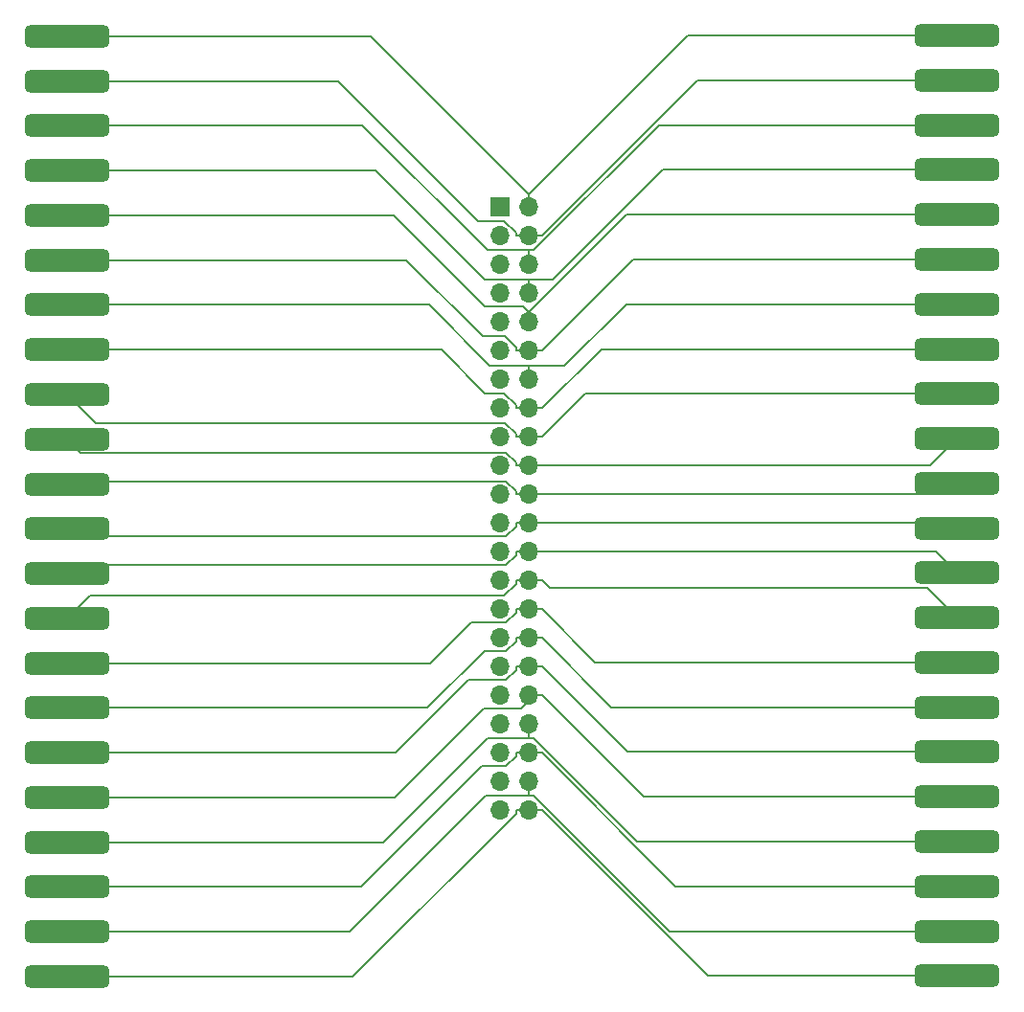
<source format=gbr>
G04 #@! TF.GenerationSoftware,KiCad,Pcbnew,8.0.6-8.0.6-0~ubuntu24.10.1*
G04 #@! TF.CreationDate,2024-10-17T08:48:07-07:00*
G04 #@! TF.ProjectId,kim1breakout,6b696d31-6272-4656-916b-6f75742e6b69,1.3*
G04 #@! TF.SameCoordinates,Original*
G04 #@! TF.FileFunction,Copper,L2,Bot*
G04 #@! TF.FilePolarity,Positive*
%FSLAX46Y46*%
G04 Gerber Fmt 4.6, Leading zero omitted, Abs format (unit mm)*
G04 Created by KiCad (PCBNEW 8.0.6-8.0.6-0~ubuntu24.10.1) date 2024-10-17 08:48:07*
%MOMM*%
%LPD*%
G01*
G04 APERTURE LIST*
G04 Aperture macros list*
%AMRoundRect*
0 Rectangle with rounded corners*
0 $1 Rounding radius*
0 $2 $3 $4 $5 $6 $7 $8 $9 X,Y pos of 4 corners*
0 Add a 4 corners polygon primitive as box body*
4,1,4,$2,$3,$4,$5,$6,$7,$8,$9,$2,$3,0*
0 Add four circle primitives for the rounded corners*
1,1,$1+$1,$2,$3*
1,1,$1+$1,$4,$5*
1,1,$1+$1,$6,$7*
1,1,$1+$1,$8,$9*
0 Add four rect primitives between the rounded corners*
20,1,$1+$1,$2,$3,$4,$5,0*
20,1,$1+$1,$4,$5,$6,$7,0*
20,1,$1+$1,$6,$7,$8,$9,0*
20,1,$1+$1,$8,$9,$2,$3,0*%
G04 Aperture macros list end*
G04 #@! TA.AperFunction,SMDPad,CuDef*
%ADD10RoundRect,0.500000X-3.250000X-0.500000X3.250000X-0.500000X3.250000X0.500000X-3.250000X0.500000X0*%
G04 #@! TD*
G04 #@! TA.AperFunction,ComponentPad*
%ADD11R,1.700000X1.700000*%
G04 #@! TD*
G04 #@! TA.AperFunction,ComponentPad*
%ADD12O,1.700000X1.700000*%
G04 #@! TD*
G04 #@! TA.AperFunction,Conductor*
%ADD13C,0.200000*%
G04 #@! TD*
G04 APERTURE END LIST*
D10*
G04 #@! TO.P,J1,A,Pin_A*
G04 #@! TO.N,Net-(J1-Pin_A)*
X106100000Y-57420000D03*
G04 #@! TO.P,J1,B,Pin_B*
G04 #@! TO.N,Net-(J1-Pin_B)*
X106100000Y-61380000D03*
G04 #@! TO.P,J1,C,Pin_C*
G04 #@! TO.N,Net-(J1-Pin_C)*
X106100000Y-65340000D03*
G04 #@! TO.P,J1,D,Pin_D*
G04 #@! TO.N,Net-(J1-Pin_D)*
X106100000Y-69300000D03*
G04 #@! TO.P,J1,E,Pin_E*
G04 #@! TO.N,Net-(J1-Pin_E)*
X106100000Y-73260000D03*
G04 #@! TO.P,J1,F,Pin_F*
G04 #@! TO.N,Net-(J1-Pin_F)*
X106100000Y-77220000D03*
G04 #@! TO.P,J1,H,Pin_H*
G04 #@! TO.N,Net-(J1-Pin_H)*
X106100000Y-81180000D03*
G04 #@! TO.P,J1,J,Pin_J*
G04 #@! TO.N,Net-(J1-Pin_J)*
X106100000Y-85140000D03*
G04 #@! TO.P,J1,K,Pin_K*
G04 #@! TO.N,Net-(J1-Pin_K)*
X106100000Y-89100000D03*
G04 #@! TO.P,J1,L,Pin_L*
G04 #@! TO.N,Net-(J1-Pin_L)*
X106100000Y-93060000D03*
G04 #@! TO.P,J1,M,Pin_M*
G04 #@! TO.N,Net-(J1-Pin_M)*
X106100000Y-97020000D03*
G04 #@! TO.P,J1,N,Pin_N*
G04 #@! TO.N,Net-(J1-Pin_N)*
X106100000Y-100980000D03*
G04 #@! TO.P,J1,P,Pin_P*
G04 #@! TO.N,Net-(J1-Pin_P)*
X106100000Y-104940000D03*
G04 #@! TO.P,J1,R,Pin_R*
G04 #@! TO.N,Net-(J1-Pin_R)*
X106100000Y-108900000D03*
G04 #@! TO.P,J1,S,Pin_S*
G04 #@! TO.N,Net-(J1-Pin_S)*
X106100000Y-112860000D03*
G04 #@! TO.P,J1,T,Pin_T*
G04 #@! TO.N,Net-(J1-Pin_T)*
X106100000Y-116820000D03*
G04 #@! TO.P,J1,U,Pin_U*
G04 #@! TO.N,Net-(J1-Pin_U)*
X106100000Y-120780000D03*
G04 #@! TO.P,J1,V,Pin_V*
G04 #@! TO.N,Net-(J1-Pin_V)*
X106100000Y-124740000D03*
G04 #@! TO.P,J1,W,Pin_W*
G04 #@! TO.N,Net-(J1-Pin_W)*
X106100000Y-128700000D03*
G04 #@! TO.P,J1,X,Pin_X*
G04 #@! TO.N,Net-(J1-Pin_X)*
X106100000Y-132660000D03*
G04 #@! TO.P,J1,Y,Pin_Y*
G04 #@! TO.N,Net-(J1-Pin_Y)*
X106100000Y-136620000D03*
G04 #@! TO.P,J1,Z,Pin_Z*
G04 #@! TO.N,Net-(J1-Pin_Z)*
X106100000Y-140580000D03*
G04 #@! TD*
G04 #@! TO.P,J2,A,Pin_A*
G04 #@! TO.N,Net-(J1-Pin_A)*
X184800000Y-57360000D03*
G04 #@! TO.P,J2,B,Pin_B*
G04 #@! TO.N,Net-(J1-Pin_B)*
X184800000Y-61320000D03*
G04 #@! TO.P,J2,C,Pin_C*
G04 #@! TO.N,Net-(J1-Pin_C)*
X184800000Y-65280000D03*
G04 #@! TO.P,J2,D,Pin_D*
G04 #@! TO.N,Net-(J1-Pin_D)*
X184800000Y-69240000D03*
G04 #@! TO.P,J2,E,Pin_E*
G04 #@! TO.N,Net-(J1-Pin_E)*
X184800000Y-73200000D03*
G04 #@! TO.P,J2,F,Pin_F*
G04 #@! TO.N,Net-(J1-Pin_F)*
X184800000Y-77160000D03*
G04 #@! TO.P,J2,H,Pin_H*
G04 #@! TO.N,Net-(J1-Pin_H)*
X184800000Y-81120000D03*
G04 #@! TO.P,J2,J,Pin_J*
G04 #@! TO.N,Net-(J1-Pin_J)*
X184800000Y-85080000D03*
G04 #@! TO.P,J2,K,Pin_K*
G04 #@! TO.N,Net-(J1-Pin_K)*
X184800000Y-89040000D03*
G04 #@! TO.P,J2,L,Pin_L*
G04 #@! TO.N,Net-(J1-Pin_L)*
X184800000Y-93000000D03*
G04 #@! TO.P,J2,M,Pin_M*
G04 #@! TO.N,Net-(J1-Pin_M)*
X184800000Y-96960000D03*
G04 #@! TO.P,J2,N,Pin_N*
G04 #@! TO.N,Net-(J1-Pin_N)*
X184800000Y-100920000D03*
G04 #@! TO.P,J2,P,Pin_P*
G04 #@! TO.N,Net-(J1-Pin_P)*
X184800000Y-104880000D03*
G04 #@! TO.P,J2,R,Pin_R*
G04 #@! TO.N,Net-(J1-Pin_R)*
X184800000Y-108840000D03*
G04 #@! TO.P,J2,S,Pin_S*
G04 #@! TO.N,Net-(J1-Pin_S)*
X184800000Y-112800000D03*
G04 #@! TO.P,J2,T,Pin_T*
G04 #@! TO.N,Net-(J1-Pin_T)*
X184800000Y-116760000D03*
G04 #@! TO.P,J2,U,Pin_U*
G04 #@! TO.N,Net-(J1-Pin_U)*
X184800000Y-120720000D03*
G04 #@! TO.P,J2,V,Pin_V*
G04 #@! TO.N,Net-(J1-Pin_V)*
X184800000Y-124680000D03*
G04 #@! TO.P,J2,W,Pin_W*
G04 #@! TO.N,Net-(J1-Pin_W)*
X184800000Y-128640000D03*
G04 #@! TO.P,J2,X,Pin_X*
G04 #@! TO.N,Net-(J1-Pin_X)*
X184800000Y-132600000D03*
G04 #@! TO.P,J2,Y,Pin_Y*
G04 #@! TO.N,Net-(J1-Pin_Y)*
X184800000Y-136560000D03*
G04 #@! TO.P,J2,Z,Pin_Z*
G04 #@! TO.N,Net-(J1-Pin_Z)*
X184800000Y-140520000D03*
G04 #@! TD*
D11*
G04 #@! TO.P,J3,1,Pin_1*
G04 #@! TO.N,Net-(J1-Pin_1)*
X144400000Y-72540000D03*
D12*
G04 #@! TO.P,J3,2,Pin_2*
G04 #@! TO.N,Net-(J1-Pin_2)*
X144400000Y-75080000D03*
G04 #@! TO.P,J3,3,Pin_3*
G04 #@! TO.N,Net-(J1-Pin_3)*
X144400000Y-77620000D03*
G04 #@! TO.P,J3,4,Pin_4*
G04 #@! TO.N,Net-(J1-Pin_4)*
X144400000Y-80160000D03*
G04 #@! TO.P,J3,5,Pin_5*
G04 #@! TO.N,Net-(J1-Pin_5)*
X144400000Y-82700000D03*
G04 #@! TO.P,J3,6,Pin_6*
G04 #@! TO.N,Net-(J1-Pin_6)*
X144400000Y-85240000D03*
G04 #@! TO.P,J3,7,Pin_7*
G04 #@! TO.N,Net-(J1-Pin_7)*
X144400000Y-87780000D03*
G04 #@! TO.P,J3,8,Pin_8*
G04 #@! TO.N,Net-(J1-Pin_8)*
X144400000Y-90320000D03*
G04 #@! TO.P,J3,9,Pin_9*
G04 #@! TO.N,Net-(J1-Pin_9)*
X144400000Y-92860000D03*
G04 #@! TO.P,J3,10,Pin_10*
G04 #@! TO.N,Net-(J1-Pin_10)*
X144400000Y-95400000D03*
G04 #@! TO.P,J3,11,Pin_11*
G04 #@! TO.N,Net-(J1-Pin_11)*
X144400000Y-97940000D03*
G04 #@! TO.P,J3,12,Pin_12*
G04 #@! TO.N,Net-(J1-Pin_12)*
X144400000Y-100480000D03*
G04 #@! TO.P,J3,13,Pin_13*
G04 #@! TO.N,Net-(J1-Pin_13)*
X144400000Y-103020000D03*
G04 #@! TO.P,J3,14,Pin_14*
G04 #@! TO.N,Net-(J1-Pin_14)*
X144400000Y-105560000D03*
G04 #@! TO.P,J3,15,Pin_15*
G04 #@! TO.N,Net-(J1-Pin_15)*
X144400000Y-108100000D03*
G04 #@! TO.P,J3,16,Pin_16*
G04 #@! TO.N,Net-(J1-Pin_16)*
X144400000Y-110640000D03*
G04 #@! TO.P,J3,17,Pin_17*
G04 #@! TO.N,Net-(J1-Pin_17)*
X144400000Y-113180000D03*
G04 #@! TO.P,J3,18,Pin_18*
G04 #@! TO.N,Net-(J1-Pin_18)*
X144400000Y-115720000D03*
G04 #@! TO.P,J3,19,Pin_19*
G04 #@! TO.N,Net-(J1-Pin_19)*
X144400000Y-118260000D03*
G04 #@! TO.P,J3,20,Pin_20*
G04 #@! TO.N,Net-(J1-Pin_20)*
X144400000Y-120800000D03*
G04 #@! TO.P,J3,21,Pin_21*
G04 #@! TO.N,Net-(J1-Pin_21)*
X144400000Y-123340000D03*
G04 #@! TO.P,J3,22,Pin_22*
G04 #@! TO.N,Net-(J1-Pin_22)*
X144400000Y-125880000D03*
G04 #@! TO.P,J3,A,Pin_A*
G04 #@! TO.N,Net-(J1-Pin_A)*
X146940000Y-72540000D03*
G04 #@! TO.P,J3,B,Pin_B*
G04 #@! TO.N,Net-(J1-Pin_B)*
X146940000Y-75080000D03*
G04 #@! TO.P,J3,C,Pin_C*
G04 #@! TO.N,Net-(J1-Pin_C)*
X146940000Y-77620000D03*
G04 #@! TO.P,J3,D,Pin_D*
G04 #@! TO.N,Net-(J1-Pin_D)*
X146940000Y-80160000D03*
G04 #@! TO.P,J3,E,Pin_E*
G04 #@! TO.N,Net-(J1-Pin_E)*
X146940000Y-82700000D03*
G04 #@! TO.P,J3,F,Pin_F*
G04 #@! TO.N,Net-(J1-Pin_F)*
X146940000Y-85240000D03*
G04 #@! TO.P,J3,H,Pin_H*
G04 #@! TO.N,Net-(J1-Pin_H)*
X146940000Y-87780000D03*
G04 #@! TO.P,J3,J,Pin_J*
G04 #@! TO.N,Net-(J1-Pin_J)*
X146940000Y-90320000D03*
G04 #@! TO.P,J3,K,Pin_K*
G04 #@! TO.N,Net-(J1-Pin_K)*
X146940000Y-92860000D03*
G04 #@! TO.P,J3,L,Pin_L*
G04 #@! TO.N,Net-(J1-Pin_L)*
X146940000Y-95400000D03*
G04 #@! TO.P,J3,M,Pin_M*
G04 #@! TO.N,Net-(J1-Pin_M)*
X146940000Y-97940000D03*
G04 #@! TO.P,J3,N,Pin_N*
G04 #@! TO.N,Net-(J1-Pin_N)*
X146940000Y-100480000D03*
G04 #@! TO.P,J3,P,Pin_P*
G04 #@! TO.N,Net-(J1-Pin_P)*
X146940000Y-103020000D03*
G04 #@! TO.P,J3,R,Pin_R*
G04 #@! TO.N,Net-(J1-Pin_R)*
X146940000Y-105560000D03*
G04 #@! TO.P,J3,S,Pin_S*
G04 #@! TO.N,Net-(J1-Pin_S)*
X146940000Y-108100000D03*
G04 #@! TO.P,J3,T,Pin_T*
G04 #@! TO.N,Net-(J1-Pin_T)*
X146940000Y-110640000D03*
G04 #@! TO.P,J3,U,Pin_U*
G04 #@! TO.N,Net-(J1-Pin_U)*
X146940000Y-113180000D03*
G04 #@! TO.P,J3,V,Pin_V*
G04 #@! TO.N,Net-(J1-Pin_V)*
X146940000Y-115720000D03*
G04 #@! TO.P,J3,W,Pin_W*
G04 #@! TO.N,Net-(J1-Pin_W)*
X146940000Y-118260000D03*
G04 #@! TO.P,J3,X,Pin_X*
G04 #@! TO.N,Net-(J1-Pin_X)*
X146940000Y-120800000D03*
G04 #@! TO.P,J3,Y,Pin_Y*
G04 #@! TO.N,Net-(J1-Pin_Y)*
X146940000Y-123340000D03*
G04 #@! TO.P,J3,Z,Pin_Z*
G04 #@! TO.N,Net-(J1-Pin_Z)*
X146940000Y-125880000D03*
G04 #@! TD*
D13*
G04 #@! TO.N,Net-(J1-Pin_A)*
X132971700Y-57420000D02*
X106100000Y-57420000D01*
X146940000Y-71388300D02*
X132971700Y-57420000D01*
X184800000Y-57360000D02*
X160968300Y-57360000D01*
X160968300Y-57360000D02*
X146940000Y-71388300D01*
X146940000Y-72540000D02*
X146940000Y-71388300D01*
G04 #@! TO.N,Net-(J1-Pin_K)*
X146940000Y-92860000D02*
X148091700Y-92860000D01*
X151911700Y-89040000D02*
X184800000Y-89040000D01*
X146940000Y-92860000D02*
X145788300Y-92860000D01*
X144828200Y-91631400D02*
X145788300Y-92591500D01*
X148091700Y-92860000D02*
X151911700Y-89040000D01*
X145788300Y-92591500D02*
X145788300Y-92860000D01*
X106100000Y-89100000D02*
X108631400Y-91631400D01*
X108631400Y-91631400D02*
X144828200Y-91631400D01*
G04 #@! TO.N,Net-(J1-Pin_D)*
X146940000Y-78921900D02*
X149061600Y-78921900D01*
X143046500Y-78921900D02*
X146940000Y-78921900D01*
X146940000Y-80160000D02*
X146940000Y-79008300D01*
X133424600Y-69300000D02*
X143046500Y-78921900D01*
X158743500Y-69240000D02*
X184800000Y-69240000D01*
X146940000Y-79008300D02*
X146940000Y-78921900D01*
X149061600Y-78921900D02*
X158743500Y-69240000D01*
X106100000Y-69300000D02*
X133424600Y-69300000D01*
G04 #@! TO.N,Net-(J1-Pin_V)*
X146940000Y-115720000D02*
X147470000Y-115720000D01*
X147515900Y-115720000D02*
X147470000Y-115720000D01*
X157051700Y-124680000D02*
X148091700Y-115720000D01*
X142959500Y-116898700D02*
X135118200Y-124740000D01*
X184800000Y-124680000D02*
X157051700Y-124680000D01*
X146291300Y-116898700D02*
X142959500Y-116898700D01*
X147515900Y-115720000D02*
X148091700Y-115720000D01*
X135118200Y-124740000D02*
X106100000Y-124740000D01*
X147470000Y-115720000D02*
X146291300Y-116898700D01*
G04 #@! TO.N,Net-(J1-Pin_S)*
X152791700Y-112800000D02*
X184800000Y-112800000D01*
X146940000Y-108100000D02*
X145788300Y-108100000D01*
X144924600Y-109251700D02*
X141811500Y-109251700D01*
X138203200Y-112860000D02*
X106100000Y-112860000D01*
X141811500Y-109251700D02*
X138203200Y-112860000D01*
X145788300Y-108100000D02*
X145788300Y-108388000D01*
X145788300Y-108388000D02*
X144924600Y-109251700D01*
X146940000Y-108100000D02*
X148091700Y-108100000D01*
X148091700Y-108100000D02*
X152791700Y-112800000D01*
G04 #@! TO.N,Net-(J1-Pin_U)*
X155631700Y-120720000D02*
X184800000Y-120720000D01*
X144924600Y-114331700D02*
X141619600Y-114331700D01*
X146940000Y-113180000D02*
X145788300Y-113180000D01*
X141619600Y-114331700D02*
X135171300Y-120780000D01*
X147515900Y-113180000D02*
X148091700Y-113180000D01*
X145788300Y-113468000D02*
X144924600Y-114331700D01*
X147515900Y-113180000D02*
X146940000Y-113180000D01*
X145788300Y-113180000D02*
X145788300Y-113468000D01*
X148091700Y-113180000D02*
X155631700Y-120720000D01*
X135171300Y-120780000D02*
X106100000Y-120780000D01*
G04 #@! TO.N,Net-(J1-Pin_F)*
X146940000Y-85240000D02*
X148091700Y-85240000D01*
X146387300Y-85240000D02*
X145788300Y-85240000D01*
X106100000Y-77220000D02*
X136108400Y-77220000D01*
X144786800Y-83970000D02*
X145788300Y-84971500D01*
X136108400Y-77220000D02*
X142858400Y-83970000D01*
X146387300Y-85240000D02*
X146940000Y-85240000D01*
X148091700Y-85240000D02*
X156171700Y-77160000D01*
X142858400Y-83970000D02*
X144786800Y-83970000D01*
X156171700Y-77160000D02*
X184800000Y-77160000D01*
X145788300Y-84971500D02*
X145788300Y-85240000D01*
G04 #@! TO.N,Net-(J1-Pin_L)*
X145788300Y-95400000D02*
X145788300Y-95112000D01*
X144924600Y-94248300D02*
X107288300Y-94248300D01*
X145788300Y-95112000D02*
X144924600Y-94248300D01*
X146940000Y-95400000D02*
X145788300Y-95400000D01*
X107288300Y-94248300D02*
X106100000Y-93060000D01*
X184800000Y-93000000D02*
X182400000Y-95400000D01*
X182400000Y-95400000D02*
X146940000Y-95400000D01*
G04 #@! TO.N,Net-(J1-Pin_P)*
X182940000Y-103020000D02*
X146940000Y-103020000D01*
X106868300Y-104171700D02*
X106100000Y-104940000D01*
X184800000Y-104880000D02*
X182940000Y-103020000D01*
X144924600Y-104171700D02*
X106868300Y-104171700D01*
X146940000Y-103020000D02*
X145788300Y-103020000D01*
X145788300Y-103308000D02*
X144924600Y-104171700D01*
X145788300Y-103020000D02*
X145788300Y-103308000D01*
G04 #@! TO.N,Net-(J1-Pin_Z)*
X131376200Y-140580000D02*
X106100000Y-140580000D01*
X146940000Y-125880000D02*
X147515900Y-125880000D01*
X145788300Y-126167900D02*
X131376200Y-140580000D01*
X146940000Y-125880000D02*
X145788300Y-125880000D01*
X162731700Y-140520000D02*
X184800000Y-140520000D01*
X145788300Y-125880000D02*
X145788300Y-126167900D01*
X147515900Y-125880000D02*
X148091700Y-125880000D01*
X148091700Y-125880000D02*
X162731700Y-140520000D01*
G04 #@! TO.N,Net-(J1-Pin_Y)*
X147389800Y-124610000D02*
X159339800Y-136560000D01*
X106100000Y-136620000D02*
X131084100Y-136620000D01*
X146940000Y-123340000D02*
X146940000Y-124491700D01*
X146940000Y-124610000D02*
X147389800Y-124610000D01*
X159339800Y-136560000D02*
X184800000Y-136560000D01*
X143094100Y-124610000D02*
X146940000Y-124610000D01*
X146940000Y-124491700D02*
X146940000Y-124610000D01*
X131084100Y-136620000D02*
X143094100Y-124610000D01*
G04 #@! TO.N,Net-(J1-Pin_E)*
X155560800Y-73201600D02*
X184798500Y-73201600D01*
X106100000Y-73260000D02*
X134959300Y-73260000D01*
X184798500Y-73201600D02*
X184798500Y-73201500D01*
X146940000Y-81822400D02*
X155560800Y-73201600D01*
X146940000Y-82700000D02*
X146940000Y-81822400D01*
X134959300Y-73260000D02*
X143011000Y-81311700D01*
X146429300Y-81311700D02*
X146940000Y-81822400D01*
X184798500Y-73201500D02*
X184800000Y-73200000D01*
X143011000Y-81311700D02*
X146429300Y-81311700D01*
G04 #@! TO.N,Net-(J1-Pin_T)*
X143023700Y-111791700D02*
X137995400Y-116820000D01*
X137995400Y-116820000D02*
X106100000Y-116820000D01*
X147515900Y-110640000D02*
X148091700Y-110640000D01*
X148091700Y-110640000D02*
X154211700Y-116760000D01*
X154211700Y-116760000D02*
X184800000Y-116760000D01*
X147515900Y-110640000D02*
X146940000Y-110640000D01*
X146940000Y-110640000D02*
X145788300Y-110640000D01*
X145788300Y-110928000D02*
X144924600Y-111791700D01*
X145788300Y-110640000D02*
X145788300Y-110928000D01*
X144924600Y-111791700D02*
X143023700Y-111791700D01*
G04 #@! TO.N,Net-(J1-Pin_X)*
X148091700Y-120800000D02*
X159891700Y-132600000D01*
X146364200Y-120800000D02*
X146940000Y-120800000D01*
X145788300Y-120800000D02*
X145788300Y-121088000D01*
X145788300Y-121088000D02*
X144924600Y-121951700D01*
X146364200Y-120800000D02*
X145788300Y-120800000D01*
X142800200Y-121951700D02*
X132091900Y-132660000D01*
X132091900Y-132660000D02*
X106100000Y-132660000D01*
X159891700Y-132600000D02*
X184800000Y-132600000D01*
X146940000Y-120800000D02*
X148091700Y-120800000D01*
X144924600Y-121951700D02*
X142800200Y-121951700D01*
G04 #@! TO.N,Net-(J1-Pin_N)*
X145788300Y-100767900D02*
X144902500Y-101653700D01*
X106773700Y-101653700D02*
X106100000Y-100980000D01*
X145788300Y-100480000D02*
X145788300Y-100767900D01*
X184800000Y-100920000D02*
X184360000Y-100480000D01*
X184360000Y-100480000D02*
X146940000Y-100480000D01*
X144902500Y-101653700D02*
X106773700Y-101653700D01*
X146940000Y-100480000D02*
X145788300Y-100480000D01*
G04 #@! TO.N,Net-(J1-Pin_W)*
X156499800Y-128640000D02*
X184800000Y-128640000D01*
X146940000Y-118260000D02*
X146940000Y-119411700D01*
X147389800Y-119530000D02*
X156499800Y-128640000D01*
X146940000Y-119411700D02*
X146940000Y-119530000D01*
X143249800Y-119530000D02*
X146940000Y-119530000D01*
X106100000Y-128700000D02*
X134079800Y-128700000D01*
X134079800Y-128700000D02*
X143249800Y-119530000D01*
X146940000Y-119530000D02*
X147389800Y-119530000D01*
G04 #@! TO.N,Net-(J1-Pin_H)*
X155527500Y-81120000D02*
X184800000Y-81120000D01*
X138098000Y-81180000D02*
X143473500Y-86555500D01*
X143473500Y-86555500D02*
X146940000Y-86555500D01*
X146940000Y-86555500D02*
X146940000Y-86628300D01*
X150092000Y-86555500D02*
X155527500Y-81120000D01*
X146940000Y-86555500D02*
X150092000Y-86555500D01*
X146940000Y-87780000D02*
X146940000Y-86628300D01*
X106100000Y-81180000D02*
X138098000Y-81180000D01*
G04 #@! TO.N,Net-(J1-Pin_M)*
X144925800Y-96788300D02*
X145788300Y-97650800D01*
X146940000Y-97940000D02*
X145788300Y-97940000D01*
X106100000Y-97020000D02*
X106331700Y-96788300D01*
X145788300Y-97650800D02*
X145788300Y-97940000D01*
X184800000Y-96960000D02*
X183820000Y-97940000D01*
X183820000Y-97940000D02*
X146940000Y-97940000D01*
X106331700Y-96788300D02*
X144925800Y-96788300D01*
G04 #@! TO.N,Net-(J1-Pin_J)*
X148091700Y-90320000D02*
X153331700Y-85080000D01*
X146364200Y-90320000D02*
X145788300Y-90320000D01*
X139183600Y-85140000D02*
X143033600Y-88990000D01*
X145788300Y-90051500D02*
X145788300Y-90320000D01*
X153331700Y-85080000D02*
X184800000Y-85080000D01*
X144726800Y-88990000D02*
X145788300Y-90051500D01*
X143033600Y-88990000D02*
X144726800Y-88990000D01*
X146940000Y-90320000D02*
X148091700Y-90320000D01*
X106100000Y-85140000D02*
X139183600Y-85140000D01*
X146364200Y-90320000D02*
X146940000Y-90320000D01*
G04 #@! TO.N,Net-(J1-Pin_C)*
X158459800Y-65280000D02*
X184800000Y-65280000D01*
X146940000Y-76350000D02*
X147389800Y-76350000D01*
X132239800Y-65340000D02*
X143249800Y-76350000D01*
X147389800Y-76350000D02*
X158459800Y-65280000D01*
X146940000Y-77620000D02*
X146940000Y-76468300D01*
X106100000Y-65340000D02*
X132239800Y-65340000D01*
X146940000Y-76468300D02*
X146940000Y-76350000D01*
X143249800Y-76350000D02*
X146940000Y-76350000D01*
G04 #@! TO.N,Net-(J1-Pin_B)*
X146940000Y-75080000D02*
X148091700Y-75080000D01*
X142462100Y-73750000D02*
X144726800Y-73750000D01*
X144726800Y-73750000D02*
X145788300Y-74811500D01*
X184800000Y-61320000D02*
X161851700Y-61320000D01*
X130092100Y-61380000D02*
X142462100Y-73750000D01*
X145788300Y-74811500D02*
X145788300Y-75080000D01*
X106100000Y-61380000D02*
X130092100Y-61380000D01*
X146940000Y-75080000D02*
X145788300Y-75080000D01*
X161851700Y-61320000D02*
X148091700Y-75080000D01*
G04 #@! TO.N,Net-(J1-Pin_R)*
X148750800Y-106219100D02*
X148091700Y-105560000D01*
X144731600Y-106885200D02*
X145788300Y-105828500D01*
X182179100Y-106219100D02*
X148750800Y-106219100D01*
X146940000Y-105560000D02*
X148091700Y-105560000D01*
X108114800Y-106885200D02*
X144731600Y-106885200D01*
X146940000Y-105560000D02*
X145788300Y-105560000D01*
X184800000Y-108840000D02*
X182179100Y-106219100D01*
X106100000Y-108900000D02*
X108114800Y-106885200D01*
X145788300Y-105828500D02*
X145788300Y-105560000D01*
G04 #@! TD*
M02*

</source>
